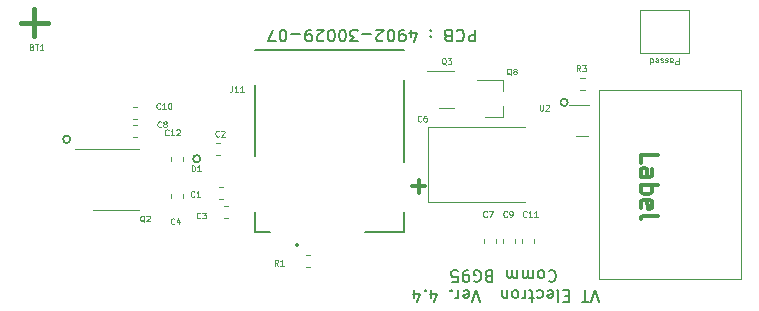
<source format=gbr>
%TF.GenerationSoftware,KiCad,Pcbnew,8.0.5*%
%TF.CreationDate,2025-03-27T16:47:35+00:00*%
%TF.ProjectId,BG95V4_4902-30029-07,42473935-5634-45f3-9439-30322d333030,rev?*%
%TF.SameCoordinates,Original*%
%TF.FileFunction,Legend,Top*%
%TF.FilePolarity,Positive*%
%FSLAX46Y46*%
G04 Gerber Fmt 4.6, Leading zero omitted, Abs format (unit mm)*
G04 Created by KiCad (PCBNEW 8.0.5) date 2025-03-27 16:47:35*
%MOMM*%
%LPD*%
G01*
G04 APERTURE LIST*
%ADD10C,0.200000*%
%ADD11C,0.100000*%
%ADD12C,0.300000*%
%ADD13C,0.450000*%
%ADD14C,0.120000*%
%ADD15C,0.127000*%
G04 APERTURE END LIST*
D10*
X28758047Y9398000D02*
G75*
G02*
X28137953Y9398000I-310047J0D01*
G01*
X28137953Y9398000D02*
G75*
G02*
X28758047Y9398000I310047J0D01*
G01*
X59873047Y14173200D02*
G75*
G02*
X59252953Y14173200I-310047J0D01*
G01*
X59252953Y14173200D02*
G75*
G02*
X59873047Y14173200I310047J0D01*
G01*
X17759847Y11049000D02*
G75*
G02*
X17139753Y11049000I-310047J0D01*
G01*
X17139753Y11049000D02*
G75*
G02*
X17759847Y11049000I310047J0D01*
G01*
D11*
X65982600Y21977600D02*
X70097400Y21977600D01*
X70097400Y18320000D01*
X65982600Y18320000D01*
X65982600Y21977600D01*
D10*
X52038094Y20342219D02*
X52038094Y19342219D01*
X52038094Y19342219D02*
X51657142Y19342219D01*
X51657142Y19342219D02*
X51561904Y19389838D01*
X51561904Y19389838D02*
X51514285Y19437457D01*
X51514285Y19437457D02*
X51466666Y19532695D01*
X51466666Y19532695D02*
X51466666Y19675552D01*
X51466666Y19675552D02*
X51514285Y19770790D01*
X51514285Y19770790D02*
X51561904Y19818409D01*
X51561904Y19818409D02*
X51657142Y19866028D01*
X51657142Y19866028D02*
X52038094Y19866028D01*
X50466666Y20246980D02*
X50514285Y20294600D01*
X50514285Y20294600D02*
X50657142Y20342219D01*
X50657142Y20342219D02*
X50752380Y20342219D01*
X50752380Y20342219D02*
X50895237Y20294600D01*
X50895237Y20294600D02*
X50990475Y20199361D01*
X50990475Y20199361D02*
X51038094Y20104123D01*
X51038094Y20104123D02*
X51085713Y19913647D01*
X51085713Y19913647D02*
X51085713Y19770790D01*
X51085713Y19770790D02*
X51038094Y19580314D01*
X51038094Y19580314D02*
X50990475Y19485076D01*
X50990475Y19485076D02*
X50895237Y19389838D01*
X50895237Y19389838D02*
X50752380Y19342219D01*
X50752380Y19342219D02*
X50657142Y19342219D01*
X50657142Y19342219D02*
X50514285Y19389838D01*
X50514285Y19389838D02*
X50466666Y19437457D01*
X49704761Y19818409D02*
X49561904Y19866028D01*
X49561904Y19866028D02*
X49514285Y19913647D01*
X49514285Y19913647D02*
X49466666Y20008885D01*
X49466666Y20008885D02*
X49466666Y20151742D01*
X49466666Y20151742D02*
X49514285Y20246980D01*
X49514285Y20246980D02*
X49561904Y20294600D01*
X49561904Y20294600D02*
X49657142Y20342219D01*
X49657142Y20342219D02*
X50038094Y20342219D01*
X50038094Y20342219D02*
X50038094Y19342219D01*
X50038094Y19342219D02*
X49704761Y19342219D01*
X49704761Y19342219D02*
X49609523Y19389838D01*
X49609523Y19389838D02*
X49561904Y19437457D01*
X49561904Y19437457D02*
X49514285Y19532695D01*
X49514285Y19532695D02*
X49514285Y19627933D01*
X49514285Y19627933D02*
X49561904Y19723171D01*
X49561904Y19723171D02*
X49609523Y19770790D01*
X49609523Y19770790D02*
X49704761Y19818409D01*
X49704761Y19818409D02*
X50038094Y19818409D01*
X48276189Y20246980D02*
X48228570Y20294600D01*
X48228570Y20294600D02*
X48276189Y20342219D01*
X48276189Y20342219D02*
X48323808Y20294600D01*
X48323808Y20294600D02*
X48276189Y20246980D01*
X48276189Y20246980D02*
X48276189Y20342219D01*
X48276189Y19723171D02*
X48228570Y19770790D01*
X48228570Y19770790D02*
X48276189Y19818409D01*
X48276189Y19818409D02*
X48323808Y19770790D01*
X48323808Y19770790D02*
X48276189Y19723171D01*
X48276189Y19723171D02*
X48276189Y19818409D01*
X46609523Y19675552D02*
X46609523Y20342219D01*
X46847618Y19294600D02*
X47085713Y20008885D01*
X47085713Y20008885D02*
X46466666Y20008885D01*
X46038094Y20342219D02*
X45847618Y20342219D01*
X45847618Y20342219D02*
X45752380Y20294600D01*
X45752380Y20294600D02*
X45704761Y20246980D01*
X45704761Y20246980D02*
X45609523Y20104123D01*
X45609523Y20104123D02*
X45561904Y19913647D01*
X45561904Y19913647D02*
X45561904Y19532695D01*
X45561904Y19532695D02*
X45609523Y19437457D01*
X45609523Y19437457D02*
X45657142Y19389838D01*
X45657142Y19389838D02*
X45752380Y19342219D01*
X45752380Y19342219D02*
X45942856Y19342219D01*
X45942856Y19342219D02*
X46038094Y19389838D01*
X46038094Y19389838D02*
X46085713Y19437457D01*
X46085713Y19437457D02*
X46133332Y19532695D01*
X46133332Y19532695D02*
X46133332Y19770790D01*
X46133332Y19770790D02*
X46085713Y19866028D01*
X46085713Y19866028D02*
X46038094Y19913647D01*
X46038094Y19913647D02*
X45942856Y19961266D01*
X45942856Y19961266D02*
X45752380Y19961266D01*
X45752380Y19961266D02*
X45657142Y19913647D01*
X45657142Y19913647D02*
X45609523Y19866028D01*
X45609523Y19866028D02*
X45561904Y19770790D01*
X44942856Y19342219D02*
X44847618Y19342219D01*
X44847618Y19342219D02*
X44752380Y19389838D01*
X44752380Y19389838D02*
X44704761Y19437457D01*
X44704761Y19437457D02*
X44657142Y19532695D01*
X44657142Y19532695D02*
X44609523Y19723171D01*
X44609523Y19723171D02*
X44609523Y19961266D01*
X44609523Y19961266D02*
X44657142Y20151742D01*
X44657142Y20151742D02*
X44704761Y20246980D01*
X44704761Y20246980D02*
X44752380Y20294600D01*
X44752380Y20294600D02*
X44847618Y20342219D01*
X44847618Y20342219D02*
X44942856Y20342219D01*
X44942856Y20342219D02*
X45038094Y20294600D01*
X45038094Y20294600D02*
X45085713Y20246980D01*
X45085713Y20246980D02*
X45133332Y20151742D01*
X45133332Y20151742D02*
X45180951Y19961266D01*
X45180951Y19961266D02*
X45180951Y19723171D01*
X45180951Y19723171D02*
X45133332Y19532695D01*
X45133332Y19532695D02*
X45085713Y19437457D01*
X45085713Y19437457D02*
X45038094Y19389838D01*
X45038094Y19389838D02*
X44942856Y19342219D01*
X44228570Y19437457D02*
X44180951Y19389838D01*
X44180951Y19389838D02*
X44085713Y19342219D01*
X44085713Y19342219D02*
X43847618Y19342219D01*
X43847618Y19342219D02*
X43752380Y19389838D01*
X43752380Y19389838D02*
X43704761Y19437457D01*
X43704761Y19437457D02*
X43657142Y19532695D01*
X43657142Y19532695D02*
X43657142Y19627933D01*
X43657142Y19627933D02*
X43704761Y19770790D01*
X43704761Y19770790D02*
X44276189Y20342219D01*
X44276189Y20342219D02*
X43657142Y20342219D01*
X43228570Y19961266D02*
X42466666Y19961266D01*
X42085713Y19342219D02*
X41466666Y19342219D01*
X41466666Y19342219D02*
X41799999Y19723171D01*
X41799999Y19723171D02*
X41657142Y19723171D01*
X41657142Y19723171D02*
X41561904Y19770790D01*
X41561904Y19770790D02*
X41514285Y19818409D01*
X41514285Y19818409D02*
X41466666Y19913647D01*
X41466666Y19913647D02*
X41466666Y20151742D01*
X41466666Y20151742D02*
X41514285Y20246980D01*
X41514285Y20246980D02*
X41561904Y20294600D01*
X41561904Y20294600D02*
X41657142Y20342219D01*
X41657142Y20342219D02*
X41942856Y20342219D01*
X41942856Y20342219D02*
X42038094Y20294600D01*
X42038094Y20294600D02*
X42085713Y20246980D01*
X40847618Y19342219D02*
X40752380Y19342219D01*
X40752380Y19342219D02*
X40657142Y19389838D01*
X40657142Y19389838D02*
X40609523Y19437457D01*
X40609523Y19437457D02*
X40561904Y19532695D01*
X40561904Y19532695D02*
X40514285Y19723171D01*
X40514285Y19723171D02*
X40514285Y19961266D01*
X40514285Y19961266D02*
X40561904Y20151742D01*
X40561904Y20151742D02*
X40609523Y20246980D01*
X40609523Y20246980D02*
X40657142Y20294600D01*
X40657142Y20294600D02*
X40752380Y20342219D01*
X40752380Y20342219D02*
X40847618Y20342219D01*
X40847618Y20342219D02*
X40942856Y20294600D01*
X40942856Y20294600D02*
X40990475Y20246980D01*
X40990475Y20246980D02*
X41038094Y20151742D01*
X41038094Y20151742D02*
X41085713Y19961266D01*
X41085713Y19961266D02*
X41085713Y19723171D01*
X41085713Y19723171D02*
X41038094Y19532695D01*
X41038094Y19532695D02*
X40990475Y19437457D01*
X40990475Y19437457D02*
X40942856Y19389838D01*
X40942856Y19389838D02*
X40847618Y19342219D01*
X39895237Y19342219D02*
X39799999Y19342219D01*
X39799999Y19342219D02*
X39704761Y19389838D01*
X39704761Y19389838D02*
X39657142Y19437457D01*
X39657142Y19437457D02*
X39609523Y19532695D01*
X39609523Y19532695D02*
X39561904Y19723171D01*
X39561904Y19723171D02*
X39561904Y19961266D01*
X39561904Y19961266D02*
X39609523Y20151742D01*
X39609523Y20151742D02*
X39657142Y20246980D01*
X39657142Y20246980D02*
X39704761Y20294600D01*
X39704761Y20294600D02*
X39799999Y20342219D01*
X39799999Y20342219D02*
X39895237Y20342219D01*
X39895237Y20342219D02*
X39990475Y20294600D01*
X39990475Y20294600D02*
X40038094Y20246980D01*
X40038094Y20246980D02*
X40085713Y20151742D01*
X40085713Y20151742D02*
X40133332Y19961266D01*
X40133332Y19961266D02*
X40133332Y19723171D01*
X40133332Y19723171D02*
X40085713Y19532695D01*
X40085713Y19532695D02*
X40038094Y19437457D01*
X40038094Y19437457D02*
X39990475Y19389838D01*
X39990475Y19389838D02*
X39895237Y19342219D01*
X39180951Y19437457D02*
X39133332Y19389838D01*
X39133332Y19389838D02*
X39038094Y19342219D01*
X39038094Y19342219D02*
X38799999Y19342219D01*
X38799999Y19342219D02*
X38704761Y19389838D01*
X38704761Y19389838D02*
X38657142Y19437457D01*
X38657142Y19437457D02*
X38609523Y19532695D01*
X38609523Y19532695D02*
X38609523Y19627933D01*
X38609523Y19627933D02*
X38657142Y19770790D01*
X38657142Y19770790D02*
X39228570Y20342219D01*
X39228570Y20342219D02*
X38609523Y20342219D01*
X38133332Y20342219D02*
X37942856Y20342219D01*
X37942856Y20342219D02*
X37847618Y20294600D01*
X37847618Y20294600D02*
X37799999Y20246980D01*
X37799999Y20246980D02*
X37704761Y20104123D01*
X37704761Y20104123D02*
X37657142Y19913647D01*
X37657142Y19913647D02*
X37657142Y19532695D01*
X37657142Y19532695D02*
X37704761Y19437457D01*
X37704761Y19437457D02*
X37752380Y19389838D01*
X37752380Y19389838D02*
X37847618Y19342219D01*
X37847618Y19342219D02*
X38038094Y19342219D01*
X38038094Y19342219D02*
X38133332Y19389838D01*
X38133332Y19389838D02*
X38180951Y19437457D01*
X38180951Y19437457D02*
X38228570Y19532695D01*
X38228570Y19532695D02*
X38228570Y19770790D01*
X38228570Y19770790D02*
X38180951Y19866028D01*
X38180951Y19866028D02*
X38133332Y19913647D01*
X38133332Y19913647D02*
X38038094Y19961266D01*
X38038094Y19961266D02*
X37847618Y19961266D01*
X37847618Y19961266D02*
X37752380Y19913647D01*
X37752380Y19913647D02*
X37704761Y19866028D01*
X37704761Y19866028D02*
X37657142Y19770790D01*
X37228570Y19961266D02*
X36466666Y19961266D01*
X35799999Y19342219D02*
X35704761Y19342219D01*
X35704761Y19342219D02*
X35609523Y19389838D01*
X35609523Y19389838D02*
X35561904Y19437457D01*
X35561904Y19437457D02*
X35514285Y19532695D01*
X35514285Y19532695D02*
X35466666Y19723171D01*
X35466666Y19723171D02*
X35466666Y19961266D01*
X35466666Y19961266D02*
X35514285Y20151742D01*
X35514285Y20151742D02*
X35561904Y20246980D01*
X35561904Y20246980D02*
X35609523Y20294600D01*
X35609523Y20294600D02*
X35704761Y20342219D01*
X35704761Y20342219D02*
X35799999Y20342219D01*
X35799999Y20342219D02*
X35895237Y20294600D01*
X35895237Y20294600D02*
X35942856Y20246980D01*
X35942856Y20246980D02*
X35990475Y20151742D01*
X35990475Y20151742D02*
X36038094Y19961266D01*
X36038094Y19961266D02*
X36038094Y19723171D01*
X36038094Y19723171D02*
X35990475Y19532695D01*
X35990475Y19532695D02*
X35942856Y19437457D01*
X35942856Y19437457D02*
X35895237Y19389838D01*
X35895237Y19389838D02*
X35799999Y19342219D01*
X35133332Y19342219D02*
X34466666Y19342219D01*
X34466666Y19342219D02*
X34895237Y20342219D01*
X62504762Y-2712752D02*
X62171429Y-1712752D01*
X62171429Y-1712752D02*
X61838096Y-2712752D01*
X61647619Y-2712752D02*
X61076191Y-2712752D01*
X61361905Y-1712752D02*
X61361905Y-2712752D01*
X59980952Y-2236562D02*
X59647619Y-2236562D01*
X59504762Y-1712752D02*
X59980952Y-1712752D01*
X59980952Y-1712752D02*
X59980952Y-2712752D01*
X59980952Y-2712752D02*
X59504762Y-2712752D01*
X58933333Y-1712752D02*
X59028571Y-1760372D01*
X59028571Y-1760372D02*
X59076190Y-1855610D01*
X59076190Y-1855610D02*
X59076190Y-2712752D01*
X58171428Y-1760372D02*
X58266666Y-1712752D01*
X58266666Y-1712752D02*
X58457142Y-1712752D01*
X58457142Y-1712752D02*
X58552380Y-1760372D01*
X58552380Y-1760372D02*
X58599999Y-1855610D01*
X58599999Y-1855610D02*
X58599999Y-2236562D01*
X58599999Y-2236562D02*
X58552380Y-2331800D01*
X58552380Y-2331800D02*
X58457142Y-2379419D01*
X58457142Y-2379419D02*
X58266666Y-2379419D01*
X58266666Y-2379419D02*
X58171428Y-2331800D01*
X58171428Y-2331800D02*
X58123809Y-2236562D01*
X58123809Y-2236562D02*
X58123809Y-2141324D01*
X58123809Y-2141324D02*
X58599999Y-2046086D01*
X57266666Y-1760372D02*
X57361904Y-1712752D01*
X57361904Y-1712752D02*
X57552380Y-1712752D01*
X57552380Y-1712752D02*
X57647618Y-1760372D01*
X57647618Y-1760372D02*
X57695237Y-1807991D01*
X57695237Y-1807991D02*
X57742856Y-1903229D01*
X57742856Y-1903229D02*
X57742856Y-2188943D01*
X57742856Y-2188943D02*
X57695237Y-2284181D01*
X57695237Y-2284181D02*
X57647618Y-2331800D01*
X57647618Y-2331800D02*
X57552380Y-2379419D01*
X57552380Y-2379419D02*
X57361904Y-2379419D01*
X57361904Y-2379419D02*
X57266666Y-2331800D01*
X56980951Y-2379419D02*
X56599999Y-2379419D01*
X56838094Y-2712752D02*
X56838094Y-1855610D01*
X56838094Y-1855610D02*
X56790475Y-1760372D01*
X56790475Y-1760372D02*
X56695237Y-1712752D01*
X56695237Y-1712752D02*
X56599999Y-1712752D01*
X56266665Y-1712752D02*
X56266665Y-2379419D01*
X56266665Y-2188943D02*
X56219046Y-2284181D01*
X56219046Y-2284181D02*
X56171427Y-2331800D01*
X56171427Y-2331800D02*
X56076189Y-2379419D01*
X56076189Y-2379419D02*
X55980951Y-2379419D01*
X55504760Y-1712752D02*
X55599998Y-1760372D01*
X55599998Y-1760372D02*
X55647617Y-1807991D01*
X55647617Y-1807991D02*
X55695236Y-1903229D01*
X55695236Y-1903229D02*
X55695236Y-2188943D01*
X55695236Y-2188943D02*
X55647617Y-2284181D01*
X55647617Y-2284181D02*
X55599998Y-2331800D01*
X55599998Y-2331800D02*
X55504760Y-2379419D01*
X55504760Y-2379419D02*
X55361903Y-2379419D01*
X55361903Y-2379419D02*
X55266665Y-2331800D01*
X55266665Y-2331800D02*
X55219046Y-2284181D01*
X55219046Y-2284181D02*
X55171427Y-2188943D01*
X55171427Y-2188943D02*
X55171427Y-1903229D01*
X55171427Y-1903229D02*
X55219046Y-1807991D01*
X55219046Y-1807991D02*
X55266665Y-1760372D01*
X55266665Y-1760372D02*
X55361903Y-1712752D01*
X55361903Y-1712752D02*
X55504760Y-1712752D01*
X54742855Y-2379419D02*
X54742855Y-1712752D01*
X54742855Y-2284181D02*
X54695236Y-2331800D01*
X54695236Y-2331800D02*
X54599998Y-2379419D01*
X54599998Y-2379419D02*
X54457141Y-2379419D01*
X54457141Y-2379419D02*
X54361903Y-2331800D01*
X54361903Y-2331800D02*
X54314284Y-2236562D01*
X54314284Y-2236562D02*
X54314284Y-1712752D01*
X52457140Y-2712752D02*
X52123807Y-1712752D01*
X52123807Y-1712752D02*
X51790474Y-2712752D01*
X51076188Y-1760372D02*
X51171426Y-1712752D01*
X51171426Y-1712752D02*
X51361902Y-1712752D01*
X51361902Y-1712752D02*
X51457140Y-1760372D01*
X51457140Y-1760372D02*
X51504759Y-1855610D01*
X51504759Y-1855610D02*
X51504759Y-2236562D01*
X51504759Y-2236562D02*
X51457140Y-2331800D01*
X51457140Y-2331800D02*
X51361902Y-2379419D01*
X51361902Y-2379419D02*
X51171426Y-2379419D01*
X51171426Y-2379419D02*
X51076188Y-2331800D01*
X51076188Y-2331800D02*
X51028569Y-2236562D01*
X51028569Y-2236562D02*
X51028569Y-2141324D01*
X51028569Y-2141324D02*
X51504759Y-2046086D01*
X50599997Y-1712752D02*
X50599997Y-2379419D01*
X50599997Y-2188943D02*
X50552378Y-2284181D01*
X50552378Y-2284181D02*
X50504759Y-2331800D01*
X50504759Y-2331800D02*
X50409521Y-2379419D01*
X50409521Y-2379419D02*
X50314283Y-2379419D01*
X49980949Y-1807991D02*
X49933330Y-1760372D01*
X49933330Y-1760372D02*
X49980949Y-1712752D01*
X49980949Y-1712752D02*
X50028568Y-1760372D01*
X50028568Y-1760372D02*
X49980949Y-1807991D01*
X49980949Y-1807991D02*
X49980949Y-1712752D01*
X48314283Y-2379419D02*
X48314283Y-1712752D01*
X48552378Y-2760372D02*
X48790473Y-2046086D01*
X48790473Y-2046086D02*
X48171426Y-2046086D01*
X47790473Y-1807991D02*
X47742854Y-1760372D01*
X47742854Y-1760372D02*
X47790473Y-1712752D01*
X47790473Y-1712752D02*
X47838092Y-1760372D01*
X47838092Y-1760372D02*
X47790473Y-1807991D01*
X47790473Y-1807991D02*
X47790473Y-1712752D01*
X46885712Y-2379419D02*
X46885712Y-1712752D01*
X47123807Y-2760372D02*
X47361902Y-2046086D01*
X47361902Y-2046086D02*
X46742855Y-2046086D01*
D12*
X66041671Y9028571D02*
X66041671Y9742857D01*
X66041671Y9742857D02*
X67541671Y9742857D01*
X66041671Y7885714D02*
X66827385Y7885714D01*
X66827385Y7885714D02*
X66970242Y7957142D01*
X66970242Y7957142D02*
X67041671Y8099999D01*
X67041671Y8099999D02*
X67041671Y8385714D01*
X67041671Y8385714D02*
X66970242Y8528571D01*
X66113100Y7885714D02*
X66041671Y8028571D01*
X66041671Y8028571D02*
X66041671Y8385714D01*
X66041671Y8385714D02*
X66113100Y8528571D01*
X66113100Y8528571D02*
X66255957Y8599999D01*
X66255957Y8599999D02*
X66398814Y8599999D01*
X66398814Y8599999D02*
X66541671Y8528571D01*
X66541671Y8528571D02*
X66613100Y8385714D01*
X66613100Y8385714D02*
X66613100Y8028571D01*
X66613100Y8028571D02*
X66684528Y7885714D01*
X66041671Y7171428D02*
X67541671Y7171428D01*
X66970242Y7171428D02*
X67041671Y7028571D01*
X67041671Y7028571D02*
X67041671Y6742856D01*
X67041671Y6742856D02*
X66970242Y6599999D01*
X66970242Y6599999D02*
X66898814Y6528571D01*
X66898814Y6528571D02*
X66755957Y6457142D01*
X66755957Y6457142D02*
X66327385Y6457142D01*
X66327385Y6457142D02*
X66184528Y6528571D01*
X66184528Y6528571D02*
X66113100Y6599999D01*
X66113100Y6599999D02*
X66041671Y6742856D01*
X66041671Y6742856D02*
X66041671Y7028571D01*
X66041671Y7028571D02*
X66113100Y7171428D01*
X66113100Y5242856D02*
X66041671Y5385713D01*
X66041671Y5385713D02*
X66041671Y5671428D01*
X66041671Y5671428D02*
X66113100Y5814285D01*
X66113100Y5814285D02*
X66255957Y5885713D01*
X66255957Y5885713D02*
X66827385Y5885713D01*
X66827385Y5885713D02*
X66970242Y5814285D01*
X66970242Y5814285D02*
X67041671Y5671428D01*
X67041671Y5671428D02*
X67041671Y5385713D01*
X67041671Y5385713D02*
X66970242Y5242856D01*
X66970242Y5242856D02*
X66827385Y5171428D01*
X66827385Y5171428D02*
X66684528Y5171428D01*
X66684528Y5171428D02*
X66541671Y5885713D01*
X66041671Y4314285D02*
X66113100Y4457142D01*
X66113100Y4457142D02*
X66255957Y4528571D01*
X66255957Y4528571D02*
X67541671Y4528571D01*
D11*
X69252380Y17906109D02*
X69252380Y17406109D01*
X69252380Y17406109D02*
X69061904Y17406109D01*
X69061904Y17406109D02*
X69014285Y17429919D01*
X69014285Y17429919D02*
X68990475Y17453728D01*
X68990475Y17453728D02*
X68966666Y17501347D01*
X68966666Y17501347D02*
X68966666Y17572776D01*
X68966666Y17572776D02*
X68990475Y17620395D01*
X68990475Y17620395D02*
X69014285Y17644204D01*
X69014285Y17644204D02*
X69061904Y17668014D01*
X69061904Y17668014D02*
X69252380Y17668014D01*
X68538094Y17906109D02*
X68538094Y17644204D01*
X68538094Y17644204D02*
X68561904Y17596585D01*
X68561904Y17596585D02*
X68609523Y17572776D01*
X68609523Y17572776D02*
X68704761Y17572776D01*
X68704761Y17572776D02*
X68752380Y17596585D01*
X68538094Y17882300D02*
X68585713Y17906109D01*
X68585713Y17906109D02*
X68704761Y17906109D01*
X68704761Y17906109D02*
X68752380Y17882300D01*
X68752380Y17882300D02*
X68776189Y17834680D01*
X68776189Y17834680D02*
X68776189Y17787061D01*
X68776189Y17787061D02*
X68752380Y17739442D01*
X68752380Y17739442D02*
X68704761Y17715633D01*
X68704761Y17715633D02*
X68585713Y17715633D01*
X68585713Y17715633D02*
X68538094Y17691823D01*
X68323808Y17882300D02*
X68276189Y17906109D01*
X68276189Y17906109D02*
X68180951Y17906109D01*
X68180951Y17906109D02*
X68133332Y17882300D01*
X68133332Y17882300D02*
X68109523Y17834680D01*
X68109523Y17834680D02*
X68109523Y17810871D01*
X68109523Y17810871D02*
X68133332Y17763252D01*
X68133332Y17763252D02*
X68180951Y17739442D01*
X68180951Y17739442D02*
X68252380Y17739442D01*
X68252380Y17739442D02*
X68299999Y17715633D01*
X68299999Y17715633D02*
X68323808Y17668014D01*
X68323808Y17668014D02*
X68323808Y17644204D01*
X68323808Y17644204D02*
X68299999Y17596585D01*
X68299999Y17596585D02*
X68252380Y17572776D01*
X68252380Y17572776D02*
X68180951Y17572776D01*
X68180951Y17572776D02*
X68133332Y17596585D01*
X67919046Y17882300D02*
X67871427Y17906109D01*
X67871427Y17906109D02*
X67776189Y17906109D01*
X67776189Y17906109D02*
X67728570Y17882300D01*
X67728570Y17882300D02*
X67704761Y17834680D01*
X67704761Y17834680D02*
X67704761Y17810871D01*
X67704761Y17810871D02*
X67728570Y17763252D01*
X67728570Y17763252D02*
X67776189Y17739442D01*
X67776189Y17739442D02*
X67847618Y17739442D01*
X67847618Y17739442D02*
X67895237Y17715633D01*
X67895237Y17715633D02*
X67919046Y17668014D01*
X67919046Y17668014D02*
X67919046Y17644204D01*
X67919046Y17644204D02*
X67895237Y17596585D01*
X67895237Y17596585D02*
X67847618Y17572776D01*
X67847618Y17572776D02*
X67776189Y17572776D01*
X67776189Y17572776D02*
X67728570Y17596585D01*
X67299999Y17882300D02*
X67347618Y17906109D01*
X67347618Y17906109D02*
X67442856Y17906109D01*
X67442856Y17906109D02*
X67490475Y17882300D01*
X67490475Y17882300D02*
X67514284Y17834680D01*
X67514284Y17834680D02*
X67514284Y17644204D01*
X67514284Y17644204D02*
X67490475Y17596585D01*
X67490475Y17596585D02*
X67442856Y17572776D01*
X67442856Y17572776D02*
X67347618Y17572776D01*
X67347618Y17572776D02*
X67299999Y17596585D01*
X67299999Y17596585D02*
X67276189Y17644204D01*
X67276189Y17644204D02*
X67276189Y17691823D01*
X67276189Y17691823D02*
X67514284Y17739442D01*
X66847618Y17906109D02*
X66847618Y17406109D01*
X66847618Y17882300D02*
X66895237Y17906109D01*
X66895237Y17906109D02*
X66990475Y17906109D01*
X66990475Y17906109D02*
X67038094Y17882300D01*
X67038094Y17882300D02*
X67061904Y17858490D01*
X67061904Y17858490D02*
X67085713Y17810871D01*
X67085713Y17810871D02*
X67085713Y17668014D01*
X67085713Y17668014D02*
X67061904Y17620395D01*
X67061904Y17620395D02*
X67038094Y17596585D01*
X67038094Y17596585D02*
X66990475Y17572776D01*
X66990475Y17572776D02*
X66895237Y17572776D01*
X66895237Y17572776D02*
X66847618Y17596585D01*
D10*
X58249523Y-117991D02*
X58297142Y-70372D01*
X58297142Y-70372D02*
X58439999Y-22752D01*
X58439999Y-22752D02*
X58535237Y-22752D01*
X58535237Y-22752D02*
X58678094Y-70372D01*
X58678094Y-70372D02*
X58773332Y-165610D01*
X58773332Y-165610D02*
X58820951Y-260848D01*
X58820951Y-260848D02*
X58868570Y-451324D01*
X58868570Y-451324D02*
X58868570Y-594181D01*
X58868570Y-594181D02*
X58820951Y-784657D01*
X58820951Y-784657D02*
X58773332Y-879895D01*
X58773332Y-879895D02*
X58678094Y-975133D01*
X58678094Y-975133D02*
X58535237Y-1022752D01*
X58535237Y-1022752D02*
X58439999Y-1022752D01*
X58439999Y-1022752D02*
X58297142Y-975133D01*
X58297142Y-975133D02*
X58249523Y-927514D01*
X57678094Y-22752D02*
X57773332Y-70372D01*
X57773332Y-70372D02*
X57820951Y-117991D01*
X57820951Y-117991D02*
X57868570Y-213229D01*
X57868570Y-213229D02*
X57868570Y-498943D01*
X57868570Y-498943D02*
X57820951Y-594181D01*
X57820951Y-594181D02*
X57773332Y-641800D01*
X57773332Y-641800D02*
X57678094Y-689419D01*
X57678094Y-689419D02*
X57535237Y-689419D01*
X57535237Y-689419D02*
X57439999Y-641800D01*
X57439999Y-641800D02*
X57392380Y-594181D01*
X57392380Y-594181D02*
X57344761Y-498943D01*
X57344761Y-498943D02*
X57344761Y-213229D01*
X57344761Y-213229D02*
X57392380Y-117991D01*
X57392380Y-117991D02*
X57439999Y-70372D01*
X57439999Y-70372D02*
X57535237Y-22752D01*
X57535237Y-22752D02*
X57678094Y-22752D01*
X56916189Y-22752D02*
X56916189Y-689419D01*
X56916189Y-594181D02*
X56868570Y-641800D01*
X56868570Y-641800D02*
X56773332Y-689419D01*
X56773332Y-689419D02*
X56630475Y-689419D01*
X56630475Y-689419D02*
X56535237Y-641800D01*
X56535237Y-641800D02*
X56487618Y-546562D01*
X56487618Y-546562D02*
X56487618Y-22752D01*
X56487618Y-546562D02*
X56439999Y-641800D01*
X56439999Y-641800D02*
X56344761Y-689419D01*
X56344761Y-689419D02*
X56201904Y-689419D01*
X56201904Y-689419D02*
X56106665Y-641800D01*
X56106665Y-641800D02*
X56059046Y-546562D01*
X56059046Y-546562D02*
X56059046Y-22752D01*
X55582856Y-22752D02*
X55582856Y-689419D01*
X55582856Y-594181D02*
X55535237Y-641800D01*
X55535237Y-641800D02*
X55439999Y-689419D01*
X55439999Y-689419D02*
X55297142Y-689419D01*
X55297142Y-689419D02*
X55201904Y-641800D01*
X55201904Y-641800D02*
X55154285Y-546562D01*
X55154285Y-546562D02*
X55154285Y-22752D01*
X55154285Y-546562D02*
X55106666Y-641800D01*
X55106666Y-641800D02*
X55011428Y-689419D01*
X55011428Y-689419D02*
X54868571Y-689419D01*
X54868571Y-689419D02*
X54773332Y-641800D01*
X54773332Y-641800D02*
X54725713Y-546562D01*
X54725713Y-546562D02*
X54725713Y-22752D01*
X53154285Y-546562D02*
X53011428Y-498943D01*
X53011428Y-498943D02*
X52963809Y-451324D01*
X52963809Y-451324D02*
X52916190Y-356086D01*
X52916190Y-356086D02*
X52916190Y-213229D01*
X52916190Y-213229D02*
X52963809Y-117991D01*
X52963809Y-117991D02*
X53011428Y-70372D01*
X53011428Y-70372D02*
X53106666Y-22752D01*
X53106666Y-22752D02*
X53487618Y-22752D01*
X53487618Y-22752D02*
X53487618Y-1022752D01*
X53487618Y-1022752D02*
X53154285Y-1022752D01*
X53154285Y-1022752D02*
X53059047Y-975133D01*
X53059047Y-975133D02*
X53011428Y-927514D01*
X53011428Y-927514D02*
X52963809Y-832276D01*
X52963809Y-832276D02*
X52963809Y-737038D01*
X52963809Y-737038D02*
X53011428Y-641800D01*
X53011428Y-641800D02*
X53059047Y-594181D01*
X53059047Y-594181D02*
X53154285Y-546562D01*
X53154285Y-546562D02*
X53487618Y-546562D01*
X51963809Y-975133D02*
X52059047Y-1022752D01*
X52059047Y-1022752D02*
X52201904Y-1022752D01*
X52201904Y-1022752D02*
X52344761Y-975133D01*
X52344761Y-975133D02*
X52439999Y-879895D01*
X52439999Y-879895D02*
X52487618Y-784657D01*
X52487618Y-784657D02*
X52535237Y-594181D01*
X52535237Y-594181D02*
X52535237Y-451324D01*
X52535237Y-451324D02*
X52487618Y-260848D01*
X52487618Y-260848D02*
X52439999Y-165610D01*
X52439999Y-165610D02*
X52344761Y-70372D01*
X52344761Y-70372D02*
X52201904Y-22752D01*
X52201904Y-22752D02*
X52106666Y-22752D01*
X52106666Y-22752D02*
X51963809Y-70372D01*
X51963809Y-70372D02*
X51916190Y-117991D01*
X51916190Y-117991D02*
X51916190Y-451324D01*
X51916190Y-451324D02*
X52106666Y-451324D01*
X51439999Y-22752D02*
X51249523Y-22752D01*
X51249523Y-22752D02*
X51154285Y-70372D01*
X51154285Y-70372D02*
X51106666Y-117991D01*
X51106666Y-117991D02*
X51011428Y-260848D01*
X51011428Y-260848D02*
X50963809Y-451324D01*
X50963809Y-451324D02*
X50963809Y-832276D01*
X50963809Y-832276D02*
X51011428Y-927514D01*
X51011428Y-927514D02*
X51059047Y-975133D01*
X51059047Y-975133D02*
X51154285Y-1022752D01*
X51154285Y-1022752D02*
X51344761Y-1022752D01*
X51344761Y-1022752D02*
X51439999Y-975133D01*
X51439999Y-975133D02*
X51487618Y-927514D01*
X51487618Y-927514D02*
X51535237Y-832276D01*
X51535237Y-832276D02*
X51535237Y-594181D01*
X51535237Y-594181D02*
X51487618Y-498943D01*
X51487618Y-498943D02*
X51439999Y-451324D01*
X51439999Y-451324D02*
X51344761Y-403705D01*
X51344761Y-403705D02*
X51154285Y-403705D01*
X51154285Y-403705D02*
X51059047Y-451324D01*
X51059047Y-451324D02*
X51011428Y-498943D01*
X51011428Y-498943D02*
X50963809Y-594181D01*
X50059047Y-1022752D02*
X50535237Y-1022752D01*
X50535237Y-1022752D02*
X50582856Y-546562D01*
X50582856Y-546562D02*
X50535237Y-594181D01*
X50535237Y-594181D02*
X50439999Y-641800D01*
X50439999Y-641800D02*
X50201904Y-641800D01*
X50201904Y-641800D02*
X50106666Y-594181D01*
X50106666Y-594181D02*
X50059047Y-546562D01*
X50059047Y-546562D02*
X50011428Y-451324D01*
X50011428Y-451324D02*
X50011428Y-213229D01*
X50011428Y-213229D02*
X50059047Y-117991D01*
X50059047Y-117991D02*
X50106666Y-70372D01*
X50106666Y-70372D02*
X50201904Y-22752D01*
X50201904Y-22752D02*
X50439999Y-22752D01*
X50439999Y-22752D02*
X50535237Y-70372D01*
X50535237Y-70372D02*
X50582856Y-117991D01*
D12*
X46672571Y7055900D02*
X47815429Y7055900D01*
X47244000Y6484471D02*
X47244000Y7627328D01*
D11*
X28263066Y6222309D02*
X28239257Y6198500D01*
X28239257Y6198500D02*
X28167828Y6174690D01*
X28167828Y6174690D02*
X28120209Y6174690D01*
X28120209Y6174690D02*
X28048781Y6198500D01*
X28048781Y6198500D02*
X28001162Y6246119D01*
X28001162Y6246119D02*
X27977352Y6293738D01*
X27977352Y6293738D02*
X27953543Y6388976D01*
X27953543Y6388976D02*
X27953543Y6460404D01*
X27953543Y6460404D02*
X27977352Y6555642D01*
X27977352Y6555642D02*
X28001162Y6603261D01*
X28001162Y6603261D02*
X28048781Y6650880D01*
X28048781Y6650880D02*
X28120209Y6674690D01*
X28120209Y6674690D02*
X28167828Y6674690D01*
X28167828Y6674690D02*
X28239257Y6650880D01*
X28239257Y6650880D02*
X28263066Y6627071D01*
X28739257Y6174690D02*
X28453543Y6174690D01*
X28596400Y6174690D02*
X28596400Y6674690D01*
X28596400Y6674690D02*
X28548781Y6603261D01*
X28548781Y6603261D02*
X28501162Y6555642D01*
X28501162Y6555642D02*
X28453543Y6531833D01*
X30345866Y11327709D02*
X30322057Y11303900D01*
X30322057Y11303900D02*
X30250628Y11280090D01*
X30250628Y11280090D02*
X30203009Y11280090D01*
X30203009Y11280090D02*
X30131581Y11303900D01*
X30131581Y11303900D02*
X30083962Y11351519D01*
X30083962Y11351519D02*
X30060152Y11399138D01*
X30060152Y11399138D02*
X30036343Y11494376D01*
X30036343Y11494376D02*
X30036343Y11565804D01*
X30036343Y11565804D02*
X30060152Y11661042D01*
X30060152Y11661042D02*
X30083962Y11708661D01*
X30083962Y11708661D02*
X30131581Y11756280D01*
X30131581Y11756280D02*
X30203009Y11780090D01*
X30203009Y11780090D02*
X30250628Y11780090D01*
X30250628Y11780090D02*
X30322057Y11756280D01*
X30322057Y11756280D02*
X30345866Y11732471D01*
X30536343Y11732471D02*
X30560152Y11756280D01*
X30560152Y11756280D02*
X30607771Y11780090D01*
X30607771Y11780090D02*
X30726819Y11780090D01*
X30726819Y11780090D02*
X30774438Y11756280D01*
X30774438Y11756280D02*
X30798247Y11732471D01*
X30798247Y11732471D02*
X30822057Y11684852D01*
X30822057Y11684852D02*
X30822057Y11637233D01*
X30822057Y11637233D02*
X30798247Y11565804D01*
X30798247Y11565804D02*
X30512533Y11280090D01*
X30512533Y11280090D02*
X30822057Y11280090D01*
X28771066Y4393509D02*
X28747257Y4369700D01*
X28747257Y4369700D02*
X28675828Y4345890D01*
X28675828Y4345890D02*
X28628209Y4345890D01*
X28628209Y4345890D02*
X28556781Y4369700D01*
X28556781Y4369700D02*
X28509162Y4417319D01*
X28509162Y4417319D02*
X28485352Y4464938D01*
X28485352Y4464938D02*
X28461543Y4560176D01*
X28461543Y4560176D02*
X28461543Y4631604D01*
X28461543Y4631604D02*
X28485352Y4726842D01*
X28485352Y4726842D02*
X28509162Y4774461D01*
X28509162Y4774461D02*
X28556781Y4822080D01*
X28556781Y4822080D02*
X28628209Y4845890D01*
X28628209Y4845890D02*
X28675828Y4845890D01*
X28675828Y4845890D02*
X28747257Y4822080D01*
X28747257Y4822080D02*
X28771066Y4798271D01*
X28937733Y4845890D02*
X29247257Y4845890D01*
X29247257Y4845890D02*
X29080590Y4655414D01*
X29080590Y4655414D02*
X29152019Y4655414D01*
X29152019Y4655414D02*
X29199638Y4631604D01*
X29199638Y4631604D02*
X29223447Y4607795D01*
X29223447Y4607795D02*
X29247257Y4560176D01*
X29247257Y4560176D02*
X29247257Y4441128D01*
X29247257Y4441128D02*
X29223447Y4393509D01*
X29223447Y4393509D02*
X29199638Y4369700D01*
X29199638Y4369700D02*
X29152019Y4345890D01*
X29152019Y4345890D02*
X29009162Y4345890D01*
X29009162Y4345890D02*
X28961543Y4369700D01*
X28961543Y4369700D02*
X28937733Y4393509D01*
X26561266Y3910909D02*
X26537457Y3887100D01*
X26537457Y3887100D02*
X26466028Y3863290D01*
X26466028Y3863290D02*
X26418409Y3863290D01*
X26418409Y3863290D02*
X26346981Y3887100D01*
X26346981Y3887100D02*
X26299362Y3934719D01*
X26299362Y3934719D02*
X26275552Y3982338D01*
X26275552Y3982338D02*
X26251743Y4077576D01*
X26251743Y4077576D02*
X26251743Y4149004D01*
X26251743Y4149004D02*
X26275552Y4244242D01*
X26275552Y4244242D02*
X26299362Y4291861D01*
X26299362Y4291861D02*
X26346981Y4339480D01*
X26346981Y4339480D02*
X26418409Y4363290D01*
X26418409Y4363290D02*
X26466028Y4363290D01*
X26466028Y4363290D02*
X26537457Y4339480D01*
X26537457Y4339480D02*
X26561266Y4315671D01*
X26989838Y4196623D02*
X26989838Y3863290D01*
X26870790Y4387100D02*
X26751743Y4029957D01*
X26751743Y4029957D02*
X27061266Y4029957D01*
X47465466Y12597709D02*
X47441657Y12573900D01*
X47441657Y12573900D02*
X47370228Y12550090D01*
X47370228Y12550090D02*
X47322609Y12550090D01*
X47322609Y12550090D02*
X47251181Y12573900D01*
X47251181Y12573900D02*
X47203562Y12621519D01*
X47203562Y12621519D02*
X47179752Y12669138D01*
X47179752Y12669138D02*
X47155943Y12764376D01*
X47155943Y12764376D02*
X47155943Y12835804D01*
X47155943Y12835804D02*
X47179752Y12931042D01*
X47179752Y12931042D02*
X47203562Y12978661D01*
X47203562Y12978661D02*
X47251181Y13026280D01*
X47251181Y13026280D02*
X47322609Y13050090D01*
X47322609Y13050090D02*
X47370228Y13050090D01*
X47370228Y13050090D02*
X47441657Y13026280D01*
X47441657Y13026280D02*
X47465466Y13002471D01*
X47894038Y13050090D02*
X47798800Y13050090D01*
X47798800Y13050090D02*
X47751181Y13026280D01*
X47751181Y13026280D02*
X47727371Y13002471D01*
X47727371Y13002471D02*
X47679752Y12931042D01*
X47679752Y12931042D02*
X47655943Y12835804D01*
X47655943Y12835804D02*
X47655943Y12645328D01*
X47655943Y12645328D02*
X47679752Y12597709D01*
X47679752Y12597709D02*
X47703562Y12573900D01*
X47703562Y12573900D02*
X47751181Y12550090D01*
X47751181Y12550090D02*
X47846419Y12550090D01*
X47846419Y12550090D02*
X47894038Y12573900D01*
X47894038Y12573900D02*
X47917847Y12597709D01*
X47917847Y12597709D02*
X47941657Y12645328D01*
X47941657Y12645328D02*
X47941657Y12764376D01*
X47941657Y12764376D02*
X47917847Y12811995D01*
X47917847Y12811995D02*
X47894038Y12835804D01*
X47894038Y12835804D02*
X47846419Y12859614D01*
X47846419Y12859614D02*
X47751181Y12859614D01*
X47751181Y12859614D02*
X47703562Y12835804D01*
X47703562Y12835804D02*
X47679752Y12811995D01*
X47679752Y12811995D02*
X47655943Y12764376D01*
X53016666Y4521509D02*
X52992857Y4497700D01*
X52992857Y4497700D02*
X52921428Y4473890D01*
X52921428Y4473890D02*
X52873809Y4473890D01*
X52873809Y4473890D02*
X52802381Y4497700D01*
X52802381Y4497700D02*
X52754762Y4545319D01*
X52754762Y4545319D02*
X52730952Y4592938D01*
X52730952Y4592938D02*
X52707143Y4688176D01*
X52707143Y4688176D02*
X52707143Y4759604D01*
X52707143Y4759604D02*
X52730952Y4854842D01*
X52730952Y4854842D02*
X52754762Y4902461D01*
X52754762Y4902461D02*
X52802381Y4950080D01*
X52802381Y4950080D02*
X52873809Y4973890D01*
X52873809Y4973890D02*
X52921428Y4973890D01*
X52921428Y4973890D02*
X52992857Y4950080D01*
X52992857Y4950080D02*
X53016666Y4926271D01*
X53183333Y4973890D02*
X53516666Y4973890D01*
X53516666Y4973890D02*
X53302381Y4473890D01*
X25443666Y12115109D02*
X25419857Y12091300D01*
X25419857Y12091300D02*
X25348428Y12067490D01*
X25348428Y12067490D02*
X25300809Y12067490D01*
X25300809Y12067490D02*
X25229381Y12091300D01*
X25229381Y12091300D02*
X25181762Y12138919D01*
X25181762Y12138919D02*
X25157952Y12186538D01*
X25157952Y12186538D02*
X25134143Y12281776D01*
X25134143Y12281776D02*
X25134143Y12353204D01*
X25134143Y12353204D02*
X25157952Y12448442D01*
X25157952Y12448442D02*
X25181762Y12496061D01*
X25181762Y12496061D02*
X25229381Y12543680D01*
X25229381Y12543680D02*
X25300809Y12567490D01*
X25300809Y12567490D02*
X25348428Y12567490D01*
X25348428Y12567490D02*
X25419857Y12543680D01*
X25419857Y12543680D02*
X25443666Y12519871D01*
X25729381Y12353204D02*
X25681762Y12377014D01*
X25681762Y12377014D02*
X25657952Y12400823D01*
X25657952Y12400823D02*
X25634143Y12448442D01*
X25634143Y12448442D02*
X25634143Y12472252D01*
X25634143Y12472252D02*
X25657952Y12519871D01*
X25657952Y12519871D02*
X25681762Y12543680D01*
X25681762Y12543680D02*
X25729381Y12567490D01*
X25729381Y12567490D02*
X25824619Y12567490D01*
X25824619Y12567490D02*
X25872238Y12543680D01*
X25872238Y12543680D02*
X25896047Y12519871D01*
X25896047Y12519871D02*
X25919857Y12472252D01*
X25919857Y12472252D02*
X25919857Y12448442D01*
X25919857Y12448442D02*
X25896047Y12400823D01*
X25896047Y12400823D02*
X25872238Y12377014D01*
X25872238Y12377014D02*
X25824619Y12353204D01*
X25824619Y12353204D02*
X25729381Y12353204D01*
X25729381Y12353204D02*
X25681762Y12329395D01*
X25681762Y12329395D02*
X25657952Y12305585D01*
X25657952Y12305585D02*
X25634143Y12257966D01*
X25634143Y12257966D02*
X25634143Y12162728D01*
X25634143Y12162728D02*
X25657952Y12115109D01*
X25657952Y12115109D02*
X25681762Y12091300D01*
X25681762Y12091300D02*
X25729381Y12067490D01*
X25729381Y12067490D02*
X25824619Y12067490D01*
X25824619Y12067490D02*
X25872238Y12091300D01*
X25872238Y12091300D02*
X25896047Y12115109D01*
X25896047Y12115109D02*
X25919857Y12162728D01*
X25919857Y12162728D02*
X25919857Y12257966D01*
X25919857Y12257966D02*
X25896047Y12305585D01*
X25896047Y12305585D02*
X25872238Y12329395D01*
X25872238Y12329395D02*
X25824619Y12353204D01*
X54716666Y4521509D02*
X54692857Y4497700D01*
X54692857Y4497700D02*
X54621428Y4473890D01*
X54621428Y4473890D02*
X54573809Y4473890D01*
X54573809Y4473890D02*
X54502381Y4497700D01*
X54502381Y4497700D02*
X54454762Y4545319D01*
X54454762Y4545319D02*
X54430952Y4592938D01*
X54430952Y4592938D02*
X54407143Y4688176D01*
X54407143Y4688176D02*
X54407143Y4759604D01*
X54407143Y4759604D02*
X54430952Y4854842D01*
X54430952Y4854842D02*
X54454762Y4902461D01*
X54454762Y4902461D02*
X54502381Y4950080D01*
X54502381Y4950080D02*
X54573809Y4973890D01*
X54573809Y4973890D02*
X54621428Y4973890D01*
X54621428Y4973890D02*
X54692857Y4950080D01*
X54692857Y4950080D02*
X54716666Y4926271D01*
X54954762Y4473890D02*
X55050000Y4473890D01*
X55050000Y4473890D02*
X55097619Y4497700D01*
X55097619Y4497700D02*
X55121428Y4521509D01*
X55121428Y4521509D02*
X55169047Y4592938D01*
X55169047Y4592938D02*
X55192857Y4688176D01*
X55192857Y4688176D02*
X55192857Y4878652D01*
X55192857Y4878652D02*
X55169047Y4926271D01*
X55169047Y4926271D02*
X55145238Y4950080D01*
X55145238Y4950080D02*
X55097619Y4973890D01*
X55097619Y4973890D02*
X55002381Y4973890D01*
X55002381Y4973890D02*
X54954762Y4950080D01*
X54954762Y4950080D02*
X54930952Y4926271D01*
X54930952Y4926271D02*
X54907143Y4878652D01*
X54907143Y4878652D02*
X54907143Y4759604D01*
X54907143Y4759604D02*
X54930952Y4711985D01*
X54930952Y4711985D02*
X54954762Y4688176D01*
X54954762Y4688176D02*
X55002381Y4664366D01*
X55002381Y4664366D02*
X55097619Y4664366D01*
X55097619Y4664366D02*
X55145238Y4688176D01*
X55145238Y4688176D02*
X55169047Y4711985D01*
X55169047Y4711985D02*
X55192857Y4759604D01*
X25357971Y13664509D02*
X25334162Y13640700D01*
X25334162Y13640700D02*
X25262733Y13616890D01*
X25262733Y13616890D02*
X25215114Y13616890D01*
X25215114Y13616890D02*
X25143686Y13640700D01*
X25143686Y13640700D02*
X25096067Y13688319D01*
X25096067Y13688319D02*
X25072257Y13735938D01*
X25072257Y13735938D02*
X25048448Y13831176D01*
X25048448Y13831176D02*
X25048448Y13902604D01*
X25048448Y13902604D02*
X25072257Y13997842D01*
X25072257Y13997842D02*
X25096067Y14045461D01*
X25096067Y14045461D02*
X25143686Y14093080D01*
X25143686Y14093080D02*
X25215114Y14116890D01*
X25215114Y14116890D02*
X25262733Y14116890D01*
X25262733Y14116890D02*
X25334162Y14093080D01*
X25334162Y14093080D02*
X25357971Y14069271D01*
X25834162Y13616890D02*
X25548448Y13616890D01*
X25691305Y13616890D02*
X25691305Y14116890D01*
X25691305Y14116890D02*
X25643686Y14045461D01*
X25643686Y14045461D02*
X25596067Y13997842D01*
X25596067Y13997842D02*
X25548448Y13974033D01*
X26143685Y14116890D02*
X26191304Y14116890D01*
X26191304Y14116890D02*
X26238923Y14093080D01*
X26238923Y14093080D02*
X26262733Y14069271D01*
X26262733Y14069271D02*
X26286542Y14021652D01*
X26286542Y14021652D02*
X26310352Y13926414D01*
X26310352Y13926414D02*
X26310352Y13807366D01*
X26310352Y13807366D02*
X26286542Y13712128D01*
X26286542Y13712128D02*
X26262733Y13664509D01*
X26262733Y13664509D02*
X26238923Y13640700D01*
X26238923Y13640700D02*
X26191304Y13616890D01*
X26191304Y13616890D02*
X26143685Y13616890D01*
X26143685Y13616890D02*
X26096066Y13640700D01*
X26096066Y13640700D02*
X26072257Y13664509D01*
X26072257Y13664509D02*
X26048447Y13712128D01*
X26048447Y13712128D02*
X26024638Y13807366D01*
X26024638Y13807366D02*
X26024638Y13926414D01*
X26024638Y13926414D02*
X26048447Y14021652D01*
X26048447Y14021652D02*
X26072257Y14069271D01*
X26072257Y14069271D02*
X26096066Y14093080D01*
X26096066Y14093080D02*
X26143685Y14116890D01*
X56378571Y4521509D02*
X56354762Y4497700D01*
X56354762Y4497700D02*
X56283333Y4473890D01*
X56283333Y4473890D02*
X56235714Y4473890D01*
X56235714Y4473890D02*
X56164286Y4497700D01*
X56164286Y4497700D02*
X56116667Y4545319D01*
X56116667Y4545319D02*
X56092857Y4592938D01*
X56092857Y4592938D02*
X56069048Y4688176D01*
X56069048Y4688176D02*
X56069048Y4759604D01*
X56069048Y4759604D02*
X56092857Y4854842D01*
X56092857Y4854842D02*
X56116667Y4902461D01*
X56116667Y4902461D02*
X56164286Y4950080D01*
X56164286Y4950080D02*
X56235714Y4973890D01*
X56235714Y4973890D02*
X56283333Y4973890D01*
X56283333Y4973890D02*
X56354762Y4950080D01*
X56354762Y4950080D02*
X56378571Y4926271D01*
X56854762Y4473890D02*
X56569048Y4473890D01*
X56711905Y4473890D02*
X56711905Y4973890D01*
X56711905Y4973890D02*
X56664286Y4902461D01*
X56664286Y4902461D02*
X56616667Y4854842D01*
X56616667Y4854842D02*
X56569048Y4831033D01*
X57330952Y4473890D02*
X57045238Y4473890D01*
X57188095Y4473890D02*
X57188095Y4973890D01*
X57188095Y4973890D02*
X57140476Y4902461D01*
X57140476Y4902461D02*
X57092857Y4854842D01*
X57092857Y4854842D02*
X57045238Y4831033D01*
X26069171Y11429309D02*
X26045362Y11405500D01*
X26045362Y11405500D02*
X25973933Y11381690D01*
X25973933Y11381690D02*
X25926314Y11381690D01*
X25926314Y11381690D02*
X25854886Y11405500D01*
X25854886Y11405500D02*
X25807267Y11453119D01*
X25807267Y11453119D02*
X25783457Y11500738D01*
X25783457Y11500738D02*
X25759648Y11595976D01*
X25759648Y11595976D02*
X25759648Y11667404D01*
X25759648Y11667404D02*
X25783457Y11762642D01*
X25783457Y11762642D02*
X25807267Y11810261D01*
X25807267Y11810261D02*
X25854886Y11857880D01*
X25854886Y11857880D02*
X25926314Y11881690D01*
X25926314Y11881690D02*
X25973933Y11881690D01*
X25973933Y11881690D02*
X26045362Y11857880D01*
X26045362Y11857880D02*
X26069171Y11834071D01*
X26545362Y11381690D02*
X26259648Y11381690D01*
X26402505Y11381690D02*
X26402505Y11881690D01*
X26402505Y11881690D02*
X26354886Y11810261D01*
X26354886Y11810261D02*
X26307267Y11762642D01*
X26307267Y11762642D02*
X26259648Y11738833D01*
X26735838Y11834071D02*
X26759647Y11857880D01*
X26759647Y11857880D02*
X26807266Y11881690D01*
X26807266Y11881690D02*
X26926314Y11881690D01*
X26926314Y11881690D02*
X26973933Y11857880D01*
X26973933Y11857880D02*
X26997742Y11834071D01*
X26997742Y11834071D02*
X27021552Y11786452D01*
X27021552Y11786452D02*
X27021552Y11738833D01*
X27021552Y11738833D02*
X26997742Y11667404D01*
X26997742Y11667404D02*
X26712028Y11381690D01*
X26712028Y11381690D02*
X27021552Y11381690D01*
X28028152Y8333690D02*
X28028152Y8833690D01*
X28028152Y8833690D02*
X28147200Y8833690D01*
X28147200Y8833690D02*
X28218628Y8809880D01*
X28218628Y8809880D02*
X28266247Y8762261D01*
X28266247Y8762261D02*
X28290057Y8714642D01*
X28290057Y8714642D02*
X28313866Y8619404D01*
X28313866Y8619404D02*
X28313866Y8547976D01*
X28313866Y8547976D02*
X28290057Y8452738D01*
X28290057Y8452738D02*
X28266247Y8405119D01*
X28266247Y8405119D02*
X28218628Y8357500D01*
X28218628Y8357500D02*
X28147200Y8333690D01*
X28147200Y8333690D02*
X28028152Y8333690D01*
X28790057Y8333690D02*
X28504343Y8333690D01*
X28647200Y8333690D02*
X28647200Y8833690D01*
X28647200Y8833690D02*
X28599581Y8762261D01*
X28599581Y8762261D02*
X28551962Y8714642D01*
X28551962Y8714642D02*
X28504343Y8690833D01*
X24031580Y4044271D02*
X23983961Y4068080D01*
X23983961Y4068080D02*
X23936342Y4115700D01*
X23936342Y4115700D02*
X23864914Y4187128D01*
X23864914Y4187128D02*
X23817295Y4210938D01*
X23817295Y4210938D02*
X23769676Y4210938D01*
X23793485Y4091890D02*
X23745866Y4115700D01*
X23745866Y4115700D02*
X23698247Y4163319D01*
X23698247Y4163319D02*
X23674438Y4258557D01*
X23674438Y4258557D02*
X23674438Y4425223D01*
X23674438Y4425223D02*
X23698247Y4520461D01*
X23698247Y4520461D02*
X23745866Y4568080D01*
X23745866Y4568080D02*
X23793485Y4591890D01*
X23793485Y4591890D02*
X23888723Y4591890D01*
X23888723Y4591890D02*
X23936342Y4568080D01*
X23936342Y4568080D02*
X23983961Y4520461D01*
X23983961Y4520461D02*
X24007771Y4425223D01*
X24007771Y4425223D02*
X24007771Y4258557D01*
X24007771Y4258557D02*
X23983961Y4163319D01*
X23983961Y4163319D02*
X23936342Y4115700D01*
X23936342Y4115700D02*
X23888723Y4091890D01*
X23888723Y4091890D02*
X23793485Y4091890D01*
X24198248Y4544271D02*
X24222057Y4568080D01*
X24222057Y4568080D02*
X24269676Y4591890D01*
X24269676Y4591890D02*
X24388724Y4591890D01*
X24388724Y4591890D02*
X24436343Y4568080D01*
X24436343Y4568080D02*
X24460152Y4544271D01*
X24460152Y4544271D02*
X24483962Y4496652D01*
X24483962Y4496652D02*
X24483962Y4449033D01*
X24483962Y4449033D02*
X24460152Y4377604D01*
X24460152Y4377604D02*
X24174438Y4091890D01*
X24174438Y4091890D02*
X24483962Y4091890D01*
X55095780Y16490271D02*
X55048161Y16514080D01*
X55048161Y16514080D02*
X55000542Y16561700D01*
X55000542Y16561700D02*
X54929114Y16633128D01*
X54929114Y16633128D02*
X54881495Y16656938D01*
X54881495Y16656938D02*
X54833876Y16656938D01*
X54857685Y16537890D02*
X54810066Y16561700D01*
X54810066Y16561700D02*
X54762447Y16609319D01*
X54762447Y16609319D02*
X54738638Y16704557D01*
X54738638Y16704557D02*
X54738638Y16871223D01*
X54738638Y16871223D02*
X54762447Y16966461D01*
X54762447Y16966461D02*
X54810066Y17014080D01*
X54810066Y17014080D02*
X54857685Y17037890D01*
X54857685Y17037890D02*
X54952923Y17037890D01*
X54952923Y17037890D02*
X55000542Y17014080D01*
X55000542Y17014080D02*
X55048161Y16966461D01*
X55048161Y16966461D02*
X55071971Y16871223D01*
X55071971Y16871223D02*
X55071971Y16704557D01*
X55071971Y16704557D02*
X55048161Y16609319D01*
X55048161Y16609319D02*
X55000542Y16561700D01*
X55000542Y16561700D02*
X54952923Y16537890D01*
X54952923Y16537890D02*
X54857685Y16537890D01*
X55357686Y16823604D02*
X55310067Y16847414D01*
X55310067Y16847414D02*
X55286257Y16871223D01*
X55286257Y16871223D02*
X55262448Y16918842D01*
X55262448Y16918842D02*
X55262448Y16942652D01*
X55262448Y16942652D02*
X55286257Y16990271D01*
X55286257Y16990271D02*
X55310067Y17014080D01*
X55310067Y17014080D02*
X55357686Y17037890D01*
X55357686Y17037890D02*
X55452924Y17037890D01*
X55452924Y17037890D02*
X55500543Y17014080D01*
X55500543Y17014080D02*
X55524352Y16990271D01*
X55524352Y16990271D02*
X55548162Y16942652D01*
X55548162Y16942652D02*
X55548162Y16918842D01*
X55548162Y16918842D02*
X55524352Y16871223D01*
X55524352Y16871223D02*
X55500543Y16847414D01*
X55500543Y16847414D02*
X55452924Y16823604D01*
X55452924Y16823604D02*
X55357686Y16823604D01*
X55357686Y16823604D02*
X55310067Y16799795D01*
X55310067Y16799795D02*
X55286257Y16775985D01*
X55286257Y16775985D02*
X55262448Y16728366D01*
X55262448Y16728366D02*
X55262448Y16633128D01*
X55262448Y16633128D02*
X55286257Y16585509D01*
X55286257Y16585509D02*
X55310067Y16561700D01*
X55310067Y16561700D02*
X55357686Y16537890D01*
X55357686Y16537890D02*
X55452924Y16537890D01*
X55452924Y16537890D02*
X55500543Y16561700D01*
X55500543Y16561700D02*
X55524352Y16585509D01*
X55524352Y16585509D02*
X55548162Y16633128D01*
X55548162Y16633128D02*
X55548162Y16728366D01*
X55548162Y16728366D02*
X55524352Y16775985D01*
X55524352Y16775985D02*
X55500543Y16799795D01*
X55500543Y16799795D02*
X55452924Y16823604D01*
X35349666Y358090D02*
X35183000Y596185D01*
X35063952Y358090D02*
X35063952Y858090D01*
X35063952Y858090D02*
X35254428Y858090D01*
X35254428Y858090D02*
X35302047Y834280D01*
X35302047Y834280D02*
X35325857Y810471D01*
X35325857Y810471D02*
X35349666Y762852D01*
X35349666Y762852D02*
X35349666Y691423D01*
X35349666Y691423D02*
X35325857Y643804D01*
X35325857Y643804D02*
X35302047Y619995D01*
X35302047Y619995D02*
X35254428Y596185D01*
X35254428Y596185D02*
X35063952Y596185D01*
X35825857Y358090D02*
X35540143Y358090D01*
X35683000Y358090D02*
X35683000Y858090D01*
X35683000Y858090D02*
X35635381Y786661D01*
X35635381Y786661D02*
X35587762Y739042D01*
X35587762Y739042D02*
X35540143Y715233D01*
X31446838Y15564690D02*
X31446838Y15207547D01*
X31446838Y15207547D02*
X31423029Y15136119D01*
X31423029Y15136119D02*
X31375410Y15088500D01*
X31375410Y15088500D02*
X31303981Y15064690D01*
X31303981Y15064690D02*
X31256362Y15064690D01*
X31946838Y15064690D02*
X31661124Y15064690D01*
X31803981Y15064690D02*
X31803981Y15564690D01*
X31803981Y15564690D02*
X31756362Y15493261D01*
X31756362Y15493261D02*
X31708743Y15445642D01*
X31708743Y15445642D02*
X31661124Y15421833D01*
X32423028Y15064690D02*
X32137314Y15064690D01*
X32280171Y15064690D02*
X32280171Y15564690D01*
X32280171Y15564690D02*
X32232552Y15493261D01*
X32232552Y15493261D02*
X32184933Y15445642D01*
X32184933Y15445642D02*
X32137314Y15421833D01*
X57489047Y13973890D02*
X57489047Y13569128D01*
X57489047Y13569128D02*
X57512857Y13521509D01*
X57512857Y13521509D02*
X57536666Y13497700D01*
X57536666Y13497700D02*
X57584285Y13473890D01*
X57584285Y13473890D02*
X57679523Y13473890D01*
X57679523Y13473890D02*
X57727142Y13497700D01*
X57727142Y13497700D02*
X57750952Y13521509D01*
X57750952Y13521509D02*
X57774761Y13569128D01*
X57774761Y13569128D02*
X57774761Y13973890D01*
X57989048Y13926271D02*
X58012857Y13950080D01*
X58012857Y13950080D02*
X58060476Y13973890D01*
X58060476Y13973890D02*
X58179524Y13973890D01*
X58179524Y13973890D02*
X58227143Y13950080D01*
X58227143Y13950080D02*
X58250952Y13926271D01*
X58250952Y13926271D02*
X58274762Y13878652D01*
X58274762Y13878652D02*
X58274762Y13831033D01*
X58274762Y13831033D02*
X58250952Y13759604D01*
X58250952Y13759604D02*
X57965238Y13473890D01*
X57965238Y13473890D02*
X58274762Y13473890D01*
X60926666Y16813890D02*
X60760000Y17051985D01*
X60640952Y16813890D02*
X60640952Y17313890D01*
X60640952Y17313890D02*
X60831428Y17313890D01*
X60831428Y17313890D02*
X60879047Y17290080D01*
X60879047Y17290080D02*
X60902857Y17266271D01*
X60902857Y17266271D02*
X60926666Y17218652D01*
X60926666Y17218652D02*
X60926666Y17147223D01*
X60926666Y17147223D02*
X60902857Y17099604D01*
X60902857Y17099604D02*
X60879047Y17075795D01*
X60879047Y17075795D02*
X60831428Y17051985D01*
X60831428Y17051985D02*
X60640952Y17051985D01*
X61093333Y17313890D02*
X61402857Y17313890D01*
X61402857Y17313890D02*
X61236190Y17123414D01*
X61236190Y17123414D02*
X61307619Y17123414D01*
X61307619Y17123414D02*
X61355238Y17099604D01*
X61355238Y17099604D02*
X61379047Y17075795D01*
X61379047Y17075795D02*
X61402857Y17028176D01*
X61402857Y17028176D02*
X61402857Y16909128D01*
X61402857Y16909128D02*
X61379047Y16861509D01*
X61379047Y16861509D02*
X61355238Y16837700D01*
X61355238Y16837700D02*
X61307619Y16813890D01*
X61307619Y16813890D02*
X61164762Y16813890D01*
X61164762Y16813890D02*
X61117143Y16837700D01*
X61117143Y16837700D02*
X61093333Y16861509D01*
X14491543Y18882595D02*
X14562971Y18858785D01*
X14562971Y18858785D02*
X14586781Y18834976D01*
X14586781Y18834976D02*
X14610590Y18787357D01*
X14610590Y18787357D02*
X14610590Y18715928D01*
X14610590Y18715928D02*
X14586781Y18668309D01*
X14586781Y18668309D02*
X14562971Y18644500D01*
X14562971Y18644500D02*
X14515352Y18620690D01*
X14515352Y18620690D02*
X14324876Y18620690D01*
X14324876Y18620690D02*
X14324876Y19120690D01*
X14324876Y19120690D02*
X14491543Y19120690D01*
X14491543Y19120690D02*
X14539162Y19096880D01*
X14539162Y19096880D02*
X14562971Y19073071D01*
X14562971Y19073071D02*
X14586781Y19025452D01*
X14586781Y19025452D02*
X14586781Y18977833D01*
X14586781Y18977833D02*
X14562971Y18930214D01*
X14562971Y18930214D02*
X14539162Y18906404D01*
X14539162Y18906404D02*
X14491543Y18882595D01*
X14491543Y18882595D02*
X14324876Y18882595D01*
X14753448Y19120690D02*
X15039162Y19120690D01*
X14896305Y18620690D02*
X14896305Y19120690D01*
X15467733Y18620690D02*
X15182019Y18620690D01*
X15324876Y18620690D02*
X15324876Y19120690D01*
X15324876Y19120690D02*
X15277257Y19049261D01*
X15277257Y19049261D02*
X15229638Y19001642D01*
X15229638Y19001642D02*
X15182019Y18977833D01*
D13*
X14699600Y19761342D02*
X14699600Y22047057D01*
X15842457Y20904199D02*
X13556742Y20904199D01*
D11*
X49560880Y17366271D02*
X49513261Y17390080D01*
X49513261Y17390080D02*
X49465642Y17437700D01*
X49465642Y17437700D02*
X49394214Y17509128D01*
X49394214Y17509128D02*
X49346595Y17532938D01*
X49346595Y17532938D02*
X49298976Y17532938D01*
X49322785Y17413890D02*
X49275166Y17437700D01*
X49275166Y17437700D02*
X49227547Y17485319D01*
X49227547Y17485319D02*
X49203738Y17580557D01*
X49203738Y17580557D02*
X49203738Y17747223D01*
X49203738Y17747223D02*
X49227547Y17842461D01*
X49227547Y17842461D02*
X49275166Y17890080D01*
X49275166Y17890080D02*
X49322785Y17913890D01*
X49322785Y17913890D02*
X49418023Y17913890D01*
X49418023Y17913890D02*
X49465642Y17890080D01*
X49465642Y17890080D02*
X49513261Y17842461D01*
X49513261Y17842461D02*
X49537071Y17747223D01*
X49537071Y17747223D02*
X49537071Y17580557D01*
X49537071Y17580557D02*
X49513261Y17485319D01*
X49513261Y17485319D02*
X49465642Y17437700D01*
X49465642Y17437700D02*
X49418023Y17413890D01*
X49418023Y17413890D02*
X49322785Y17413890D01*
X49703738Y17913890D02*
X50013262Y17913890D01*
X50013262Y17913890D02*
X49846595Y17723414D01*
X49846595Y17723414D02*
X49918024Y17723414D01*
X49918024Y17723414D02*
X49965643Y17699604D01*
X49965643Y17699604D02*
X49989452Y17675795D01*
X49989452Y17675795D02*
X50013262Y17628176D01*
X50013262Y17628176D02*
X50013262Y17509128D01*
X50013262Y17509128D02*
X49989452Y17461509D01*
X49989452Y17461509D02*
X49965643Y17437700D01*
X49965643Y17437700D02*
X49918024Y17413890D01*
X49918024Y17413890D02*
X49775167Y17413890D01*
X49775167Y17413890D02*
X49727548Y17437700D01*
X49727548Y17437700D02*
X49703738Y17461509D01*
D14*
%TO.C,C1*%
X30672779Y7010000D02*
X30347221Y7010000D01*
X30672779Y5990000D02*
X30347221Y5990000D01*
%TO.C,C2*%
X30422779Y10700000D02*
X30097221Y10700000D01*
X30422779Y9680000D02*
X30097221Y9680000D01*
%TO.C,C3*%
X31125379Y5370000D02*
X30799821Y5370000D01*
X31125379Y4350000D02*
X30799821Y4350000D01*
%TO.C,C4*%
X26287000Y6385779D02*
X26287000Y6060221D01*
X27307000Y6385779D02*
X27307000Y6060221D01*
%TO.C,C6*%
X48043000Y12050000D02*
X48043000Y5730000D01*
X48043000Y5730000D02*
X56228000Y5730000D01*
X56228000Y12050000D02*
X48043000Y12050000D01*
%TO.C,C7*%
X52790000Y2228733D02*
X52790000Y2571267D01*
X53810000Y2228733D02*
X53810000Y2571267D01*
%TO.C,C8*%
X23437667Y12244800D02*
X23095133Y12244800D01*
X23437667Y11224800D02*
X23095133Y11224800D01*
%TO.C,C9*%
X54390000Y2228733D02*
X54390000Y2571267D01*
X55410000Y2228733D02*
X55410000Y2571267D01*
%TO.C,C10*%
X23437667Y13819600D02*
X23095133Y13819600D01*
X23437667Y12799600D02*
X23095133Y12799600D01*
%TO.C,C11*%
X55990000Y2228733D02*
X55990000Y2571267D01*
X57010000Y2228733D02*
X57010000Y2571267D01*
%TO.C,C12*%
X26287000Y9583267D02*
X26287000Y9240733D01*
X27307000Y9583267D02*
X27307000Y9240733D01*
%TO.C,Q2*%
X21625000Y10210000D02*
X18175000Y10210000D01*
X21625000Y10210000D02*
X23575000Y10210000D01*
X21625000Y5090000D02*
X19675000Y5090000D01*
X21625000Y5090000D02*
X23575000Y5090000D01*
%TO.C,Q8*%
X54354000Y16058000D02*
X52194000Y16058000D01*
X54354000Y16058000D02*
X54354000Y15128000D01*
X54354000Y12898000D02*
X52894000Y12898000D01*
X54354000Y12898000D02*
X54354000Y13828000D01*
%TO.C,R1*%
X38034179Y1221200D02*
X37708621Y1221200D01*
X38034179Y201200D02*
X37708621Y201200D01*
D15*
%TO.C,J11*%
X33375000Y18625000D02*
X46025000Y18625000D01*
X33375000Y9605000D02*
X33375000Y15605000D01*
X33375000Y3175000D02*
X33375000Y4875000D01*
X33375000Y3175000D02*
X34620000Y3175000D01*
X42700000Y3175000D02*
X46025000Y3175000D01*
X46025000Y9105000D02*
X46025000Y16105000D01*
X46025000Y3175000D02*
X46025000Y4875000D01*
D10*
X37045000Y2105000D02*
G75*
G02*
X36845000Y2105000I-100000J0D01*
G01*
X36845000Y2105000D02*
G75*
G02*
X37045000Y2105000I100000J0D01*
G01*
D11*
%TO.C,U2*%
X61575000Y11325000D02*
X60575000Y11325000D01*
D14*
X61675000Y13925000D02*
X59985000Y13925000D01*
%TO.C,R3*%
X60887742Y16247500D02*
X61362258Y16247500D01*
X60887742Y15202500D02*
X61362258Y15202500D01*
%TO.C,TP1*%
X74520000Y15210000D02*
X62520000Y15210000D01*
X62520000Y-790000D01*
X74520000Y-790000D01*
X74520000Y15210000D01*
%TO.C,Q3*%
X49608500Y16800000D02*
X47933500Y16800000D01*
X49608500Y16800000D02*
X50258500Y16800000D01*
X49608500Y13680000D02*
X48958500Y13680000D01*
X49608500Y13680000D02*
X50258500Y13680000D01*
%TD*%
M02*

</source>
